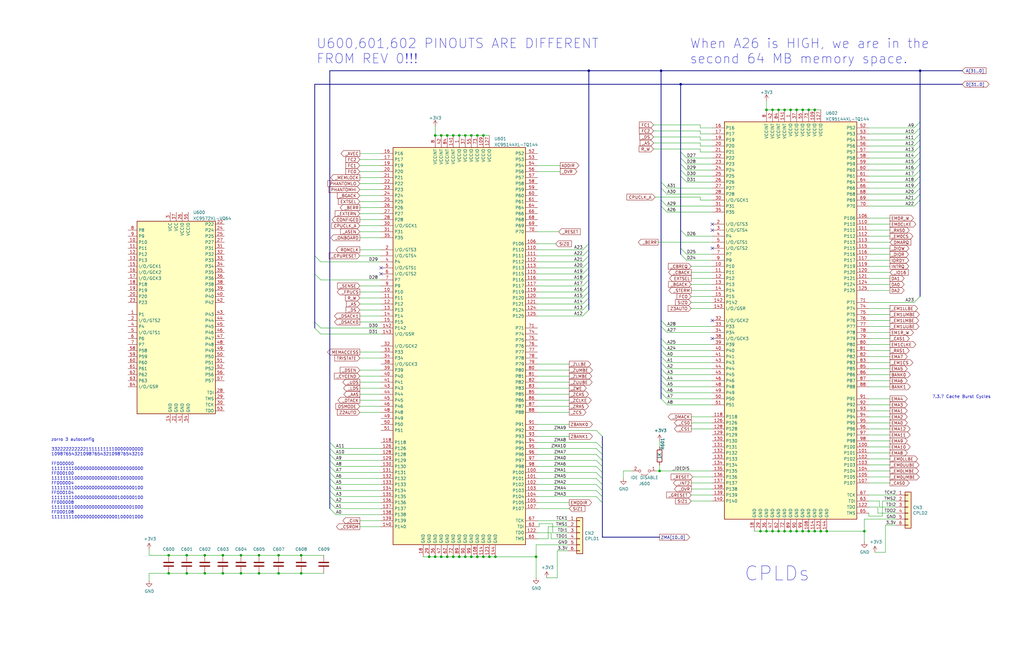
<source format=kicad_sch>
(kicad_sch (version 20211123) (generator eeschema)
  (paper "B")
  (title_block (title "Amiga N2630") (date "2022-03-25") (rev "1.0") (company "Drawn By: Jason Neus"))
  (junction (at 93.98 234.315))
  (junction (at 364.49 224.155))
  (junction (at 335.915 224.155))
  (junction (at 226.06 234.95))
  (junction (at 109.22 234.315))
  (junction (at 71.12 234.315))
  (junction (at 206.375 234.95))
  (junction (at 208.915 234.95))
  (junction (at 203.835 57.15))
  (junction (at 109.22 241.935))
  (junction (at 191.135 57.15))
  (junction (at 193.675 57.15))
  (junction (at 86.36 234.315))
  (junction (at 196.215 57.15))
  (junction (at 278.13 198.755))
  (junction (at 325.755 224.155))
  (junction (at 183.515 57.15))
  (junction (at 191.135 234.95))
  (junction (at 343.535 46.355))
  (junction (at 330.835 224.155))
  (junction (at 387.985 29.845))
  (junction (at 127 234.315))
  (junction (at 188.595 57.15))
  (junction (at 201.295 57.15))
  (junction (at 180.975 234.95))
  (junction (at 340.995 46.355))
  (junction (at 287.02 35.56))
  (junction (at 78.74 234.315))
  (junction (at 78.74 241.935))
  (junction (at 278.765 29.845))
  (junction (at 333.375 224.155))
  (junction (at 101.6 234.315))
  (junction (at 340.995 224.155))
  (junction (at 323.215 46.355))
  (junction (at 325.755 46.355))
  (junction (at 338.455 46.355))
  (junction (at 346.075 224.155))
  (junction (at 186.055 234.95))
  (junction (at 117.475 241.935))
  (junction (at 198.755 57.15))
  (junction (at 196.215 234.95))
  (junction (at 186.055 57.15))
  (junction (at 93.98 241.935))
  (junction (at 117.475 234.315))
  (junction (at 328.295 46.355))
  (junction (at 248.285 29.845))
  (junction (at 101.6 241.935))
  (junction (at 323.215 224.155))
  (junction (at 127 241.935))
  (junction (at 328.295 224.155))
  (junction (at 343.535 224.155))
  (junction (at 330.835 46.355))
  (junction (at 335.915 46.355))
  (junction (at 320.675 224.155))
  (junction (at 338.455 224.155))
  (junction (at 183.515 234.95))
  (junction (at 71.12 241.935))
  (junction (at 86.36 241.935))
  (junction (at 333.375 46.355))
  (junction (at 193.675 234.95))
  (junction (at 203.835 234.95))
  (junction (at 188.595 234.95))
  (junction (at 201.295 234.95))
  (junction (at 348.615 224.155))
  (junction (at 198.755 234.95))
  (no_connect (at 300.355 142.875))
  (no_connect (at 300.355 135.255))
  (no_connect (at 300.355 104.775))
  (no_connect (at -34.925 144.78))
  (no_connect (at -34.925 116.84))
  (no_connect (at 160.655 113.03))
  (no_connect (at 160.655 115.57))
  (no_connect (at 300.355 94.615))
  (no_connect (at 300.355 97.155))
  (bus_entry (at 281.305 137.795) (size -2.54 -2.54))
  (bus_entry (at 385.445 74.295) (size 2.54 -2.54))
  (bus_entry (at 385.445 61.595) (size 2.54 -2.54))
  (bus_entry (at 385.445 53.975) (size 2.54 -2.54))
  (bus_entry (at 281.305 89.535) (size -2.54 -2.54))
  (bus_entry (at 281.305 79.375) (size -2.54 -2.54))
  (bus_entry (at 385.445 127.635) (size 2.54 -2.54))
  (bus_entry (at 385.445 79.375) (size 2.54 -2.54))
  (bus_entry (at 289.56 71.755) (size -2.54 -2.54))
  (bus_entry (at 281.305 165.735) (size -2.54 -2.54))
  (bus_entry (at 281.305 163.195) (size -2.54 -2.54))
  (bus_entry (at 281.305 150.495) (size -2.54 -2.54))
  (bus_entry (at 281.305 145.415) (size -2.54 -2.54))
  (bus_entry (at 141.605 212.09) (size -2.54 -2.54))
  (bus_entry (at 141.605 204.47) (size -2.54 -2.54))
  (bus_entry (at 141.605 207.01) (size -2.54 -2.54))
  (bus_entry (at 141.605 209.55) (size -2.54 -2.54))
  (bus_entry (at 141.605 217.17) (size -2.54 -2.54))
  (bus_entry (at 141.605 214.63) (size -2.54 -2.54))
  (bus_entry (at 141.605 196.85) (size -2.54 -2.54))
  (bus_entry (at 141.605 194.31) (size -2.54 -2.54))
  (bus_entry (at 141.605 199.39) (size -2.54 -2.54))
  (bus_entry (at 141.605 201.93) (size -2.54 -2.54))
  (bus_entry (at 141.605 189.23) (size -2.54 -2.54))
  (bus_entry (at 141.605 191.77) (size -2.54 -2.54))
  (bus_entry (at 245.745 120.65) (size 2.54 -2.54))
  (bus_entry (at 245.745 130.81) (size 2.54 -2.54))
  (bus_entry (at 245.745 123.19) (size 2.54 -2.54))
  (bus_entry (at 245.745 125.73) (size 2.54 -2.54))
  (bus_entry (at 245.745 128.27) (size 2.54 -2.54))
  (bus_entry (at 245.745 133.35) (size 2.54 -2.54))
  (bus_entry (at 245.745 105.41) (size 2.54 -2.54))
  (bus_entry (at 245.745 113.03) (size 2.54 -2.54))
  (bus_entry (at 245.745 110.49) (size 2.54 -2.54))
  (bus_entry (at 245.745 118.11) (size 2.54 -2.54))
  (bus_entry (at 245.745 115.57) (size 2.54 -2.54))
  (bus_entry (at 245.745 107.95) (size 2.54 -2.54))
  (bus_entry (at 385.445 84.455) (size 2.54 -2.54))
  (bus_entry (at 289.56 109.855) (size -2.54 -2.54))
  (bus_entry (at 385.445 69.215) (size 2.54 -2.54))
  (bus_entry (at 385.445 81.915) (size 2.54 -2.54))
  (bus_entry (at 385.445 59.055) (size 2.54 -2.54))
  (bus_entry (at 281.305 170.815) (size -2.54 -2.54))
  (bus_entry (at 289.56 107.315) (size -2.54 -2.54))
  (bus_entry (at 385.445 56.515) (size 2.54 -2.54))
  (bus_entry (at 281.305 155.575) (size -2.54 -2.54))
  (bus_entry (at 289.56 74.295) (size -2.54 -2.54))
  (bus_entry (at 281.305 168.275) (size -2.54 -2.54))
  (bus_entry (at 281.305 160.655) (size -2.54 -2.54))
  (bus_entry (at 289.56 99.695) (size -2.54 -2.54))
  (bus_entry (at 385.445 71.755) (size 2.54 -2.54))
  (bus_entry (at 281.305 158.115) (size -2.54 -2.54))
  (bus_entry (at 289.56 66.675) (size -2.54 -2.54))
  (bus_entry (at 281.305 147.955) (size -2.54 -2.54))
  (bus_entry (at 385.445 64.135) (size 2.54 -2.54))
  (bus_entry (at 281.305 140.335) (size -2.54 -2.54))
  (bus_entry (at 385.445 86.995) (size 2.54 -2.54))
  (bus_entry (at 289.56 76.835) (size -2.54 -2.54))
  (bus_entry (at 385.445 66.675) (size 2.54 -2.54))
  (bus_entry (at 385.445 76.835) (size 2.54 -2.54))
  (bus_entry (at 281.305 153.035) (size -2.54 -2.54))
  (bus_entry (at 289.56 69.215) (size -2.54 -2.54))
  (bus_entry (at 251.46 186.69) (size 2.54 2.54))
  (bus_entry (at 251.46 181.61) (size 2.54 2.54))
  (bus_entry (at 251.46 191.77) (size 2.54 2.54))
  (bus_entry (at 251.46 189.23) (size 2.54 2.54))
  (bus_entry (at 251.46 204.47) (size 2.54 2.54))
  (bus_entry (at 251.46 207.01) (size 2.54 2.54))
  (bus_entry (at 251.46 209.55) (size 2.54 2.54))
  (bus_entry (at 251.46 196.85) (size 2.54 2.54))
  (bus_entry (at 251.46 201.93) (size 2.54 2.54))
  (bus_entry (at 251.46 194.31) (size 2.54 2.54))
  (bus_entry (at 251.46 199.39) (size 2.54 2.54))
  (bus_entry (at -19.05 199.39) (size 2.54 -2.54))
  (bus_entry (at 281.305 86.995) (size -2.54 -2.54))
  (bus_entry (at 281.305 81.915) (size -2.54 -2.54))
  (bus_entry (at 135.255 110.49) (size -2.54 -2.54))
  (bus_entry (at 135.255 118.11) (size -2.54 -2.54))
  (bus_entry (at 135.255 140.97) (size -2.54 -2.54))
  (bus_entry (at 135.255 138.43) (size -2.54 -2.54))
  (bus (pts (xy 278.765 79.375) (xy 278.765 84.455)))
  (wire (pts (xy 160.655 166.37) (xy 151.765 166.37)))
  (wire (pts (xy 366.395 180.975) (xy 375.285 180.975)))
  (wire (pts (xy 276.225 83.185) (xy 295.275 83.185)))
  (wire (pts (xy 183.515 234.95) (xy 186.055 234.95)))
  (wire (pts (xy 226.06 243.84) (xy 226.06 234.95)))
  (wire (pts (xy 300.355 125.095) (xy 291.465 125.095)))
  (wire (pts (xy 226.06 234.95) (xy 226.06 229.87)))
  (bus (pts (xy 132.715 107.95) (xy 132.715 35.56)))
  (wire (pts (xy -33.02 201.93) (xy -41.91 201.93)))
  (wire (pts (xy 203.835 234.95) (xy 206.375 234.95)))
  (wire (pts (xy 366.395 109.855) (xy 375.285 109.855)))
  (wire (pts (xy 291.465 208.915) (xy 300.355 208.915)))
  (bus (pts (xy 248.285 118.11) (xy 248.285 120.65)))
  (wire (pts (xy -26.035 177.8) (xy -34.925 177.8)))
  (wire (pts (xy 180.975 234.95) (xy 183.515 234.95)))
  (wire (pts (xy 101.6 241.935) (xy 93.98 241.935)))
  (wire (pts (xy 276.86 198.755) (xy 278.13 198.755)))
  (wire (pts (xy 239.395 222.25) (xy 231.14 222.25)))
  (bus (pts (xy 248.285 128.27) (xy 248.285 130.81)))
  (wire (pts (xy 300.355 165.735) (xy 281.305 165.735)))
  (bus (pts (xy 248.285 123.19) (xy 248.285 125.73)))
  (wire (pts (xy 160.655 156.21) (xy 151.765 156.21)))
  (wire (pts (xy 289.56 107.315) (xy 300.355 107.315)))
  (wire (pts (xy 300.355 160.655) (xy 281.305 160.655)))
  (wire (pts (xy -14.605 21.59) (xy -31.115 21.59)))
  (wire (pts (xy -26.035 175.26) (xy -34.925 175.26)))
  (wire (pts (xy 188.595 234.95) (xy 191.135 234.95)))
  (wire (pts (xy 151.765 222.25) (xy 160.655 222.25)))
  (wire (pts (xy 372.11 217.805) (xy 366.395 217.805)))
  (wire (pts (xy -25.4 240.03) (xy -19.05 240.03)))
  (wire (pts (xy 366.395 120.015) (xy 375.285 120.015)))
  (bus (pts (xy 139.065 201.93) (xy 139.065 204.47)))
  (wire (pts (xy 320.675 224.155) (xy 318.135 224.155)))
  (wire (pts (xy 295.275 52.705) (xy 275.59 52.705)))
  (bus (pts (xy 139.065 194.31) (xy 139.065 196.85)))
  (wire (pts (xy 328.295 46.355) (xy 325.755 46.355)))
  (wire (pts (xy 385.445 71.755) (xy 366.395 71.755)))
  (wire (pts (xy 366.395 155.575) (xy 375.285 155.575)))
  (wire (pts (xy 281.305 150.495) (xy 300.355 150.495)))
  (wire (pts (xy 245.745 113.03) (xy 226.695 113.03)))
  (wire (pts (xy 262.89 198.755) (xy 262.89 201.93)))
  (wire (pts (xy -14.605 54.61) (xy -31.115 54.61)))
  (wire (pts (xy 364.49 224.155) (xy 364.49 219.075)))
  (wire (pts (xy 385.445 84.455) (xy 366.395 84.455)))
  (wire (pts (xy -95.885 165.735) (xy -104.775 165.735)))
  (wire (pts (xy 366.395 163.195) (xy 375.285 163.195)))
  (wire (pts (xy 295.275 60.325) (xy 295.275 61.595)))
  (wire (pts (xy -26.035 121.92) (xy -34.925 121.92)))
  (bus (pts (xy 139.065 204.47) (xy 139.065 207.01)))
  (wire (pts (xy 226.695 201.93) (xy 251.46 201.93)))
  (wire (pts (xy 191.135 57.15) (xy 188.595 57.15)))
  (wire (pts (xy -14.605 36.83) (xy -31.115 36.83)))
  (wire (pts (xy 160.655 217.17) (xy 141.605 217.17)))
  (wire (pts (xy 335.915 46.355) (xy 333.375 46.355)))
  (wire (pts (xy 300.355 127.635) (xy 291.465 127.635)))
  (wire (pts (xy -14.605 39.37) (xy -31.115 39.37)))
  (wire (pts (xy 385.445 127.635) (xy 366.395 127.635)))
  (wire (pts (xy 226.695 219.71) (xy 239.395 219.71)))
  (wire (pts (xy 281.305 147.955) (xy 300.355 147.955)))
  (wire (pts (xy 226.695 97.79) (xy 235.585 97.79)))
  (wire (pts (xy 281.305 89.535) (xy 300.355 89.535)))
  (wire (pts (xy 281.305 81.915) (xy 300.355 81.915)))
  (wire (pts (xy -23.495 74.93) (xy -14.605 74.93)))
  (wire (pts (xy 289.56 99.695) (xy 300.355 99.695)))
  (wire (pts (xy -26.035 139.7) (xy -34.925 139.7)))
  (wire (pts (xy 226.695 207.01) (xy 251.46 207.01)))
  (wire (pts (xy 160.655 74.93) (xy 151.765 74.93)))
  (wire (pts (xy -26.035 142.24) (xy -34.925 142.24)))
  (bus (pts (xy 139.065 207.01) (xy 139.065 209.55)))
  (wire (pts (xy 226.695 204.47) (xy 251.46 204.47)))
  (wire (pts (xy -31.115 87.63) (xy -14.605 87.63)))
  (bus (pts (xy 254 207.01) (xy 254 209.55)))
  (wire (pts (xy -34.925 129.54) (xy -26.035 129.54)))
  (wire (pts (xy 300.355 112.395) (xy 291.465 112.395)))
  (wire (pts (xy 289.56 74.295) (xy 300.355 74.295)))
  (wire (pts (xy 206.375 234.95) (xy 208.915 234.95)))
  (wire (pts (xy 366.395 145.415) (xy 375.285 145.415)))
  (wire (pts (xy 278.13 188.595) (xy 278.13 186.055)))
  (wire (pts (xy 196.215 234.95) (xy 198.755 234.95)))
  (wire (pts (xy 160.655 64.77) (xy 151.765 64.77)))
  (bus (pts (xy 387.985 64.135) (xy 387.985 66.675)))
  (wire (pts (xy 160.655 77.47) (xy 151.765 77.47)))
  (wire (pts (xy 300.355 170.815) (xy 281.305 170.815)))
  (wire (pts (xy 278.13 196.215) (xy 278.13 198.755)))
  (wire (pts (xy 141.605 196.85) (xy 160.655 196.85)))
  (wire (pts (xy 289.56 76.835) (xy 300.355 76.835)))
  (wire (pts (xy 385.445 53.975) (xy 366.395 53.975)))
  (wire (pts (xy 160.655 173.99) (xy 151.765 173.99)))
  (wire (pts (xy 325.755 46.355) (xy 323.215 46.355)))
  (wire (pts (xy 196.215 57.15) (xy 193.675 57.15)))
  (wire (pts (xy -26.035 134.62) (xy -34.925 134.62)))
  (bus (pts (xy 387.985 61.595) (xy 387.985 64.135)))
  (wire (pts (xy 93.98 241.935) (xy 86.36 241.935)))
  (wire (pts (xy -26.035 180.34) (xy -34.925 180.34)))
  (wire (pts (xy -14.605 13.97) (xy -23.495 13.97)))
  (wire (pts (xy 226.695 212.09) (xy 240.03 212.09)))
  (wire (pts (xy 127 241.935) (xy 136.525 241.935)))
  (wire (pts (xy 340.995 224.155) (xy 338.455 224.155)))
  (wire (pts (xy -31.115 62.23) (xy -14.605 62.23)))
  (wire (pts (xy -31.115 72.39) (xy -14.605 72.39)))
  (wire (pts (xy 151.765 123.19) (xy 160.655 123.19)))
  (wire (pts (xy 151.765 90.17) (xy 160.655 90.17)))
  (wire (pts (xy -14.605 67.31) (xy -31.115 67.31)))
  (bus (pts (xy 254 194.31) (xy 254 196.85)))
  (wire (pts (xy -26.035 147.32) (xy -34.925 147.32)))
  (wire (pts (xy 300.355 163.195) (xy 281.305 163.195)))
  (wire (pts (xy 291.465 175.895) (xy 300.355 175.895)))
  (wire (pts (xy 281.305 86.995) (xy 300.355 86.995)))
  (wire (pts (xy -31.115 92.71) (xy -14.605 92.71)))
  (bus (pts (xy 248.285 29.845) (xy 248.285 102.87)))
  (wire (pts (xy 366.395 173.355) (xy 375.285 173.355)))
  (wire (pts (xy 208.915 234.95) (xy 226.06 234.95)))
  (bus (pts (xy 278.765 158.115) (xy 278.765 160.655)))
  (wire (pts (xy 191.135 234.95) (xy 193.675 234.95)))
  (wire (pts (xy 366.395 183.515) (xy 375.285 183.515)))
  (bus (pts (xy 278.765 153.035) (xy 278.765 155.575)))
  (wire (pts (xy 385.445 69.215) (xy 366.395 69.215)))
  (wire (pts (xy 366.395 130.175) (xy 375.285 130.175)))
  (wire (pts (xy -34.925 124.46) (xy -26.035 124.46)))
  (bus (pts (xy 287.02 35.56) (xy 287.02 64.135)))
  (wire (pts (xy 160.655 163.83) (xy 151.765 163.83)))
  (wire (pts (xy 375.285 122.555) (xy 366.395 122.555)))
  (bus (pts (xy 278.765 160.655) (xy 278.765 163.195)))
  (wire (pts (xy 151.765 125.73) (xy 160.655 125.73)))
  (wire (pts (xy 234.95 243.84) (xy 230.505 243.84)))
  (wire (pts (xy -33.02 194.31) (xy -41.91 194.31)))
  (wire (pts (xy 109.22 241.935) (xy 101.6 241.935)))
  (wire (pts (xy 141.605 191.77) (xy 160.655 191.77)))
  (wire (pts (xy 366.395 137.795) (xy 375.285 137.795)))
  (wire (pts (xy 193.675 234.95) (xy 196.215 234.95)))
  (wire (pts (xy 372.11 211.455) (xy 372.11 217.805)))
  (wire (pts (xy 160.655 92.71) (xy 151.765 92.71)))
  (bus (pts (xy 254 201.93) (xy 254 204.47)))
  (bus (pts (xy 387.985 66.675) (xy 387.985 69.215)))
  (wire (pts (xy -26.035 172.72) (xy -34.925 172.72)))
  (wire (pts (xy 300.355 117.475) (xy 291.465 117.475)))
  (bus (pts (xy 139.065 29.845) (xy 248.285 29.845)))
  (wire (pts (xy 266.7 198.755) (xy 262.89 198.755)))
  (wire (pts (xy 226.695 72.39) (xy 236.22 72.39)))
  (wire (pts (xy -31.115 95.25) (xy -14.605 95.25)))
  (bus (pts (xy 278.765 145.415) (xy 278.765 147.955)))
  (bus (pts (xy 287.02 74.295) (xy 287.02 97.155)))
  (bus (pts (xy 278.765 29.845) (xy 387.985 29.845)))
  (bus (pts (xy 278.765 165.735) (xy 278.765 168.275)))
  (wire (pts (xy 135.255 138.43) (xy 160.655 138.43)))
  (wire (pts (xy 109.22 234.315) (xy 117.475 234.315)))
  (wire (pts (xy 151.765 120.65) (xy 160.655 120.65)))
  (wire (pts (xy 160.655 107.95) (xy 151.765 107.95)))
  (bus (pts (xy 287.02 64.135) (xy 287.02 66.675)))
  (wire (pts (xy 366.395 186.055) (xy 375.285 186.055)))
  (wire (pts (xy 141.605 189.23) (xy 160.655 189.23)))
  (wire (pts (xy 333.375 46.355) (xy 330.835 46.355)))
  (wire (pts (xy 226.695 158.75) (xy 240.03 158.75)))
  (wire (pts (xy 300.355 114.935) (xy 291.465 114.935)))
  (wire (pts (xy 160.655 95.25) (xy 151.765 95.25)))
  (wire (pts (xy 231.14 222.25) (xy 231.14 227.33)))
  (wire (pts (xy 233.045 220.98) (xy 227.33 220.98)))
  (wire (pts (xy 117.475 241.935) (xy 127 241.935)))
  (wire (pts (xy 135.255 110.49) (xy 160.655 110.49)))
  (wire (pts (xy -14.605 19.05) (xy -31.115 19.05)))
  (wire (pts (xy 300.355 120.015) (xy 291.465 120.015)))
  (wire (pts (xy 86.36 234.315) (xy 78.74 234.315)))
  (bus (pts (xy 387.985 29.845) (xy 405.765 29.845)))
  (wire (pts (xy -26.035 127) (xy -34.925 127)))
  (wire (pts (xy -32.385 259.08) (xy -32.385 245.11)))
  (wire (pts (xy 151.765 130.81) (xy 160.655 130.81)))
  (wire (pts (xy 232.41 227.33) (xy 239.395 227.33)))
  (wire (pts (xy 275.59 60.325) (xy 295.275 60.325)))
  (wire (pts (xy 338.455 224.155) (xy 335.915 224.155)))
  (wire (pts (xy -27.94 234.95) (xy -27.94 240.03)))
  (wire (pts (xy 370.84 213.995) (xy 377.825 213.995)))
  (wire (pts (xy 366.395 175.895) (xy 375.285 175.895)))
  (wire (pts (xy -31.75 234.95) (xy -31.75 238.76)))
  (wire (pts (xy 300.355 84.455) (xy 295.275 84.455)))
  (wire (pts (xy -31.115 59.69) (xy -14.605 59.69)))
  (wire (pts (xy 198.755 57.15) (xy 196.215 57.15)))
  (bus (pts (xy 287.02 104.775) (xy 287.02 107.315)))
  (wire (pts (xy 226.695 191.77) (xy 251.46 191.77)))
  (wire (pts (xy 201.295 57.15) (xy 198.755 57.15)))
  (wire (pts (xy 109.22 241.935) (xy 117.475 241.935)))
  (wire (pts (xy 348.615 224.155) (xy 364.49 224.155)))
  (wire (pts (xy 71.12 234.315) (xy 62.865 234.315)))
  (bus (pts (xy 248.285 107.95) (xy 248.285 110.49)))
  (bus (pts (xy 139.065 191.77) (xy 139.065 194.31)))
  (wire (pts (xy 160.655 207.01) (xy 141.605 207.01)))
  (wire (pts (xy 385.445 86.995) (xy 366.395 86.995)))
  (wire (pts (xy 198.755 234.95) (xy 201.295 234.95)))
  (bus (pts (xy 387.985 56.515) (xy 387.985 59.055)))
  (bus (pts (xy 139.065 186.69) (xy 139.065 189.23)))
  (wire (pts (xy 160.655 212.09) (xy 141.605 212.09)))
  (bus (pts (xy 248.285 113.03) (xy 248.285 115.57)))
  (wire (pts (xy 226.695 166.37) (xy 240.03 166.37)))
  (wire (pts (xy 127 234.315) (xy 136.525 234.315)))
  (bus (pts (xy 248.285 125.73) (xy 248.285 128.27)))
  (wire (pts (xy 141.605 199.39) (xy 160.655 199.39)))
  (wire (pts (xy 71.12 241.935) (xy 62.865 241.935)))
  (wire (pts (xy 370.205 213.995) (xy 370.205 216.535)))
  (wire (pts (xy 203.835 57.15) (xy 201.295 57.15)))
  (wire (pts (xy -14.605 11.43) (xy -31.115 11.43)))
  (wire (pts (xy -31.115 31.75) (xy -14.605 31.75)))
  (wire (pts (xy 233.045 224.79) (xy 233.045 220.98)))
  (wire (pts (xy 366.395 112.395) (xy 375.285 112.395)))
  (bus (pts (xy 278.765 163.195) (xy 278.765 165.735)))
  (wire (pts (xy 226.695 196.85) (xy 251.46 196.85)))
  (wire (pts (xy 375.285 203.835) (xy 366.395 203.835)))
  (wire (pts (xy 366.395 114.935) (xy 375.285 114.935)))
  (wire (pts (xy 385.445 64.135) (xy 366.395 64.135)))
  (wire (pts (xy 186.055 234.95) (xy 188.595 234.95)))
  (wire (pts (xy 160.655 87.63) (xy 151.765 87.63)))
  (wire (pts (xy 323.215 224.155) (xy 320.675 224.155)))
  (wire (pts (xy 291.465 203.835) (xy 300.355 203.835)))
  (wire (pts (xy 377.825 221.615) (xy 373.38 221.615)))
  (bus (pts (xy 278.765 137.795) (xy 278.765 142.875)))
  (wire (pts (xy 366.395 140.335) (xy 375.285 140.335)))
  (wire (pts (xy 366.395 142.875) (xy 375.285 142.875)))
  (wire (pts (xy 245.745 133.35) (xy 226.695 133.35)))
  (wire (pts (xy 300.355 211.455) (xy 291.465 211.455)))
  (wire (pts (xy 385.445 56.515) (xy 366.395 56.515)))
  (wire (pts (xy 323.215 42.545) (xy 323.215 46.355)))
  (wire (pts (xy -26.035 167.64) (xy -34.925 167.64)))
  (wire (pts (xy -19.05 199.39) (xy -41.91 199.39)))
  (wire (pts (xy 160.655 161.29) (xy 151.765 161.29)))
  (wire (pts (xy 300.355 56.515) (xy 295.275 56.515)))
  (wire (pts (xy -31.115 77.47) (xy -14.605 77.47)))
  (bus (pts (xy 132.715 115.57) (xy 132.715 107.95)))
  (wire (pts (xy 226.695 102.87) (xy 234.315 102.87)))
  (bus (pts (xy 248.285 105.41) (xy 248.285 107.95)))
  (wire (pts (xy -14.605 41.91) (xy -31.115 41.91)))
  (bus (pts (xy 387.985 81.915) (xy 387.985 84.455)))
  (wire (pts (xy 292.1 201.295) (xy 300.355 201.295)))
  (wire (pts (xy 295.275 55.245) (xy 275.59 55.245)))
  (wire (pts (xy 226.695 184.15) (xy 240.03 184.15)))
  (wire (pts (xy -31.75 238.76) (xy -25.4 238.76)))
  (wire (pts (xy -23.495 57.15) (xy -14.605 57.15)))
  (wire (pts (xy 295.275 64.135) (xy 295.275 62.865)))
  (wire (pts (xy 366.395 117.475) (xy 375.285 117.475)))
  (wire (pts (xy 291.465 180.975) (xy 300.355 180.975)))
  (wire (pts (xy 366.395 211.455) (xy 370.84 211.455)))
  (wire (pts (xy 226.695 156.21) (xy 240.03 156.21)))
  (wire (pts (xy 370.205 216.535) (xy 377.825 216.535)))
  (wire (pts (xy 160.655 151.13) (xy 151.765 151.13)))
  (wire (pts (xy 226.695 161.29) (xy 240.03 161.29)))
  (wire (pts (xy 364.49 219.075) (xy 377.825 219.075)))
  (wire (pts (xy 295.275 56.515) (xy 295.275 55.245)))
  (wire (pts (xy 93.98 234.315) (xy 86.36 234.315)))
  (wire (pts (xy 281.305 153.035) (xy 300.355 153.035)))
  (wire (pts (xy 373.38 233.045) (xy 368.935 233.045)))
  (bus (pts (xy 132.715 135.89) (xy 132.715 115.57)))
  (wire (pts (xy 277.495 102.235) (xy 300.355 102.235)))
  (wire (pts (xy 227.33 222.25) (xy 226.695 222.25)))
  (wire (pts (xy 275.59 62.865) (xy 295.275 62.865)))
  (wire (pts (xy 151.765 67.31) (xy 160.655 67.31)))
  (bus (pts (xy 254 184.15) (xy 254 189.23)))
  (wire (pts (xy 366.395 158.115) (xy 375.285 158.115)))
  (wire (pts (xy 366.395 104.775) (xy 375.285 104.775)))
  (wire (pts (xy 151.765 97.79) (xy 160.655 97.79)))
  (wire (pts (xy 160.655 80.01) (xy 151.765 80.01)))
  (wire (pts (xy 245.745 115.57) (xy 226.695 115.57)))
  (bus (pts (xy 287.02 35.56) (xy 405.765 35.56)))
  (wire (pts (xy 366.395 147.955) (xy 375.285 147.955)))
  (wire (pts (xy 160.655 171.45) (xy 151.765 171.45)))
  (wire (pts (xy 151.765 128.27) (xy 160.655 128.27)))
  (wire (pts (xy 206.375 57.15) (xy 203.835 57.15)))
  (wire (pts (xy 160.655 85.09) (xy 151.765 85.09)))
  (bus (pts (xy 248.285 102.87) (xy 248.285 105.41)))
  (bus (pts (xy 287.02 71.755) (xy 287.02 74.295)))
  (wire (pts (xy 245.745 118.11) (xy 226.695 118.11)))
  (wire (pts (xy 160.655 168.91) (xy 151.765 168.91)))
  (wire (pts (xy 385.445 79.375) (xy 366.395 79.375)))
  (wire (pts (xy -26.035 137.16) (xy -34.925 137.16)))
  (wire (pts (xy 328.295 224.155) (xy 325.755 224.155)))
  (wire (pts (xy 245.745 110.49) (xy 226.695 110.49)))
  (wire (pts (xy -14.605 64.77) (xy -31.115 64.77)))
  (wire (pts (xy 275.59 57.785) (xy 295.275 57.785)))
  (wire (pts (xy 160.655 72.39) (xy 151.765 72.39)))
  (wire (pts (xy -26.035 160.02) (xy -34.925 160.02)))
  (wire (pts (xy 226.695 186.69) (xy 251.46 186.69)))
  (wire (pts (xy -23.495 69.85) (xy -14.605 69.85)))
  (wire (pts (xy -26.035 132.08) (xy -34.925 132.08)))
  (bus (pts (xy 139.065 199.39) (xy 139.065 201.93)))
  (wire (pts (xy 364.49 228.6) (xy 364.49 224.155)))
  (wire (pts (xy -26.035 165.1) (xy -34.925 165.1)))
  (wire (pts (xy -33.02 196.85) (xy -41.91 196.85)))
  (wire (pts (xy 377.825 211.455) (xy 372.11 211.455)))
  (wire (pts (xy 226.695 69.85) (xy 236.22 69.85)))
  (bus (pts (xy 278.765 147.955) (xy 278.765 150.495)))
  (bus (pts (xy 139.065 209.55) (xy 139.065 212.09)))
  (wire (pts (xy -34.925 119.38) (xy -26.035 119.38)))
  (bus (pts (xy 387.985 79.375) (xy 387.985 81.915)))
  (bus (pts (xy 387.985 53.975) (xy 387.985 56.515)))
  (wire (pts (xy 226.695 194.31) (xy 251.46 194.31)))
  (wire (pts (xy -19.05 237.49) (xy -34.925 237.49)))
  (bus (pts (xy 132.715 35.56) (xy 287.02 35.56)))
  (wire (pts (xy 366.395 213.995) (xy 370.205 213.995)))
  (bus (pts (xy 254 226.695) (xy 278.13 226.695)))
  (wire (pts (xy -19.05 242.57) (xy -34.925 242.57)))
  (wire (pts (xy 160.655 204.47) (xy 141.605 204.47)))
  (wire (pts (xy 295.275 53.975) (xy 295.275 52.705)))
  (bus (pts (xy 139.065 196.85) (xy 139.065 199.39)))
  (bus (pts (xy 387.985 74.295) (xy 387.985 76.835)))
  (bus (pts (xy 387.985 69.215) (xy 387.985 71.755)))
  (wire (pts (xy 289.56 71.755) (xy 300.355 71.755)))
  (wire (pts (xy 109.22 234.315) (xy 101.6 234.315)))
  (wire (pts (xy 330.835 224.155) (xy 328.295 224.155)))
  (bus (pts (xy 287.02 97.155) (xy 287.02 104.775)))
  (bus (pts (xy 387.985 51.435) (xy 387.985 53.975)))
  (wire (pts (xy 385.445 76.835) (xy 366.395 76.835)))
  (bus (pts (xy 132.715 138.43) (xy 132.715 135.89)))
  (wire (pts (xy 375.285 196.215) (xy 366.395 196.215)))
  (wire (pts (xy 346.075 46.355) (xy 343.535 46.355)))
  (wire (pts (xy 86.36 241.935) (xy 78.74 241.935)))
  (wire (pts (xy -23.495 259.08) (xy -27.94 259.08)))
  (bus (pts (xy 278.765 84.455) (xy 278.765 86.995)))
  (bus (pts (xy 278.765 155.575) (xy 278.765 158.115)))
  (bus (pts (xy 254 209.55) (xy 254 212.09)))
  (wire (pts (xy 375.285 92.075) (xy 366.395 92.075)))
  (wire (pts (xy 289.56 66.675) (xy 300.355 66.675)))
  (wire (pts (xy 385.445 74.295) (xy 366.395 74.295)))
  (wire (pts (xy -23.495 247.65) (xy -23.495 259.08)))
  (bus (pts (xy 248.285 120.65) (xy 248.285 123.19)))
  (bus (pts (xy 278.765 135.255) (xy 278.765 137.795)))
  (wire (pts (xy -27.94 240.03) (xy -34.925 240.03)))
  (wire (pts (xy 239.395 224.79) (xy 233.045 224.79)))
  (wire (pts (xy 300.355 158.115) (xy 281.305 158.115)))
  (wire (pts (xy 141.605 194.31) (xy 160.655 194.31)))
  (wire (pts (xy 78.74 234.315) (xy 71.12 234.315)))
  (wire (pts (xy 289.56 69.215) (xy 300.355 69.215)))
  (wire (pts (xy 183.515 53.34) (xy 183.515 57.15)))
  (wire (pts (xy 375.285 99.695) (xy 366.395 99.695)))
  (bus (pts (xy 278.765 76.835) (xy 278.765 79.375)))
  (bus (pts (xy 387.985 71.755) (xy 387.985 74.295)))
  (wire (pts (xy 232.41 224.79) (xy 232.41 227.33)))
  (wire (pts (xy 366.395 208.915) (xy 377.825 208.915)))
  (wire (pts (xy 366.395 178.435) (xy 375.285 178.435)))
  (wire (pts (xy 135.255 140.97) (xy 160.655 140.97)))
  (bus (pts (xy 248.285 115.57) (xy 248.285 118.11)))
  (bus (pts (xy 254 199.39) (xy 254 201.93)))
  (wire (pts (xy -14.605 49.53) (xy -31.115 49.53)))
  (wire (pts (xy 291.465 206.375) (xy 300.355 206.375)))
  (wire (pts (xy 366.395 107.315) (xy 375.285 107.315)))
  (wire (pts (xy 141.605 201.93) (xy 160.655 201.93)))
  (wire (pts (xy 151.765 158.75) (xy 160.655 158.75)))
  (wire (pts (xy 78.74 241.935) (xy 71.12 241.935)))
  (wire (pts (xy 366.395 170.815) (xy 375.285 170.815)))
  (wire (pts (xy 193.675 57.15) (xy 191.135 57.15)))
  (bus (pts (xy 387.985 76.835) (xy 387.985 79.375)))
  (wire (pts (xy 226.695 171.45) (xy 240.03 171.45)))
  (wire (pts (xy 300.355 64.135) (xy 295.275 64.135)))
  (wire (pts (xy 300.355 53.975) (xy 295.275 53.975)))
  (wire (pts (xy 295.275 57.785) (xy 295.275 59.055)))
  (wire (pts (xy 226.695 173.99) (xy 240.03 173.99)))
  (wire (pts (xy 227.33 220.98) (xy 227.33 222.25)))
  (wire (pts (xy 151.765 69.85) (xy 160.655 69.85)))
  (wire (pts (xy 151.765 133.35) (xy 160.655 133.35)))
  (wire (pts (xy 370.84 211.455) (xy 370.84 213.995)))
  (wire (pts (xy 281.305 137.795) (xy 300.355 137.795)))
  (wire (pts (xy 325.755 224.155) (xy 323.215 224.155)))
  (wire (pts (xy 226.695 179.07) (xy 240.03 179.07)))
  (bus (pts (xy 278.765 29.845) (xy 278.765 76.835)))
  (wire (pts (xy 343.535 46.355) (xy 340.995 46.355)))
  (wire (pts (xy 385.445 61.595) (xy 366.395 61.595)))
  (wire (pts (xy 366.395 150.495) (xy 375.285 150.495)))
  (wire (pts (xy 330.835 46.355) (xy 328.295 46.355)))
  (bus (pts (xy 387.985 59.055) (xy 387.985 61.595)))
  (wire (pts (xy 338.455 46.355) (xy 335.915 46.355)))
  (wire (pts (xy 226.06 229.87) (xy 239.395 229.87)))
  (wire (pts (xy 291.465 178.435) (xy 300.355 178.435)))
  (wire (pts (xy -31.115 90.17) (xy -14.605 90.17)))
  (wire (pts (xy 62.865 234.315) (xy 62.865 231.775)))
  (wire (pts (xy -32.385 245.11) (xy -19.05 245.11)))
  (wire (pts (xy 160.655 209.55) (xy 141.605 209.55)))
  (wire (pts (xy 186.055 57.15) (xy 183.515 57.15)))
  (wire (pts (xy 245.745 105.41) (xy 226.695 105.41)))
  (wire (pts (xy -14.605 16.51) (xy -31.115 16.51)))
  (wire (pts (xy 226.695 224.79) (xy 232.41 224.79)))
  (bus (pts (xy 254 189.23) (xy 254 191.77)))
  (wire (pts (xy 239.395 232.41) (xy 234.95 232.41)))
  (wire (pts (xy -26.035 182.88) (xy -34.925 182.88)))
  (wire (pts (xy 375.285 198.755) (xy 366.395 198.755)))
  (wire (pts (xy 348.615 224.155) (xy 346.075 224.155)))
  (wire (pts (xy 226.695 199.39) (xy 251.46 199.39)))
  (wire (pts (xy 226.695 209.55) (xy 251.46 209.55)))
  (bus (pts (xy 278.765 150.495) (xy 278.765 153.035)))
  (wire (pts (xy 291.465 130.175) (xy 300.355 130.175)))
  (wire (pts (xy 234.95 232.41) (xy 234.95 243.84)))
  (wire (pts (xy 366.395 217.805) (xy 366.395 216.535)))
  (wire (pts (xy 333.375 224.155) (xy 330.835 224.155)))
  (wire (pts (xy 101.6 234.315) (xy 93.98 234.315)))
  (wire (pts (xy -26.035 154.94) (xy -34.925 154.94)))
  (bus (pts (xy 139.065 189.23) (xy 139.065 191.77)))
  (wire (pts (xy 373.38 221.615) (xy 373.38 233.045)))
  (wire (pts (xy -14.605 44.45) (xy -31.115 44.45)))
  (wire (pts (xy 340.995 46.355) (xy 338.455 46.355)))
  (wire (pts (xy 160.655 82.55) (xy 151.765 82.55)))
  (wire (pts (xy 226.695 163.83) (xy 240.03 163.83)))
  (bus (pts (xy 248.285 110.49) (xy 248.285 113.03)))
  (bus (pts (xy 287.02 69.215) (xy 287.02 71.755)))
  (wire (pts (xy -25.4 238.76) (xy -25.4 240.03)))
  (wire (pts (xy 278.13 198.755) (xy 300.355 198.755)))
  (wire (pts (xy 295.275 84.455) (xy 295.275 83.185)))
  (wire (pts (xy 245.745 125.73) (xy 226.695 125.73)))
  (wire (pts (xy 366.395 160.655) (xy 375.285 160.655)))
  (wire (pts (xy 300.355 168.275) (xy 281.305 168.275)))
  (wire (pts (xy 281.305 79.375) (xy 300.355 79.375)))
  (bus (pts (xy 254 204.47) (xy 254 207.01)))
  (wire (pts (xy -14.605 8.89) (xy -31.115 8.89)))
  (bus (pts (xy 278.765 142.875) (xy 278.765 145.415)))
  (wire (pts (xy 160.655 105.41) (xy 151.765 105.41)))
  (wire (pts (xy 343.535 224.155) (xy 340.995 224.155)))
  (bus (pts (xy 254 212.09) (xy 254 226.695)))
  (bus (pts (xy 248.285 29.845) (xy 278.765 29.845)))
  (wire (pts (xy 160.655 214.63) (xy 141.605 214.63)))
  (wire (pts (xy 366.395 102.235) (xy 375.285 102.235)))
  (wire (pts (xy 245.745 107.95) (xy 226.695 107.95)))
  (bus (pts (xy 387.985 84.455) (xy 387.985 125.095)))
  (wire (pts (xy 226.695 214.63) (xy 240.03 214.63)))
  (wire (pts (xy 281.305 155.575) (xy 300.355 155.575)))
  (bus (pts (xy 139.065 29.845) (xy 139.065 186.69)))
  (wire (pts (xy 385.445 81.915) (xy 366.395 81.915)))
  (wire (pts (xy 231.14 227.33) (xy 226.695 227.33)))
  (bus (pts (xy 254 191.77) (xy 254 194.31)))
  (wire (pts (xy -26.035 157.48) (xy -34.925 157.48)))
  (wire (pts (xy 226.695 189.23) (xy 251.46 189.23)))
  (wire (pts (xy 117.475 234.315) (xy 127 234.315)))
  (wire (pts (xy 291.465 122.555) (xy 300.355 122.555)))
  (wire (pts (xy 245.745 120.65) (xy 226.695 120.65)))
  (wire (pts (xy -19.05 234.95) (xy -27.94 234.95)))
  (wire (pts (xy 245.745 123.19) (xy 226.695 123.19)))
  (wire (pts (xy 375.285 201.295) (xy 366.395 201.295)))
  (bus (pts (xy 387.985 29.845) (xy 387.985 51.435)))
  (wire (pts (xy 335.915 224.155) (xy 333.375 224.155)))
  (wire (pts (xy 295.275 61.595) (xy 300.355 61.595)))
  (wire (pts (xy 160.655 148.59) (xy 151.765 148.59)))
  (wire (pts (xy 366.395 135.255) (xy 375.285 135.255)))
  (wire (pts (xy -34.925 234.95) (xy -31.75 234.95)))
  (wire (pts (xy 295.275 59.055) (xy 300.355 59.055)))
  (wire (pts (xy 385.445 66.675) (xy 366.395 66.675)))
  (wire (pts (xy 375.285 94.615) (xy 366.395 94.615)))
  (wire (pts (xy 226.695 181.61) (xy 251.46 181.61)))
  (wire (pts (xy 160.655 219.71) (xy 151.765 219.71)))
  (wire (pts (xy 366.395 168.275) (xy 375.285 168.275)))
  (wire (pts (xy 188.595 57.15) (xy 186.055 57.15)))
  (wire (pts (xy 366.395 188.595) (xy 375.285 188.595)))
  (bus (pts (xy 254 196.85) (xy 254 199.39)))
  (wire (pts (xy 160.655 135.89) (xy 151.765 135.89)))
  (wire (pts (xy 160.655 100.33) (xy 151.765 100.33)))
  (wire (pts (xy 281.305 145.415) (xy 300.355 145.415)))
  (wire (pts (xy 240.03 153.67) (xy 226.695 153.67)))
  (wire (pts (xy 201.295 234.95) (xy 203.835 234.95)))
  (wire (pts (xy 178.435 234.95) (xy 180.975 234.95)))
  (wire (pts (xy 245.745 130.81) (xy 226.695 130.81)))
  (wire (pts (xy 226.695 168.91) (xy 240.03 168.91)))
  (wire (pts (xy 245.745 128.27) (xy 226.695 128.27)))
  (bus (pts (xy 278.765 86.995) (xy 278.765 135.255)))
  (wire (pts (xy 366.395 132.715) (xy 375.285 132.715)))
  (wire (pts (xy 62.865 241.935) (xy 62.865 245.11)))
  (wire (pts (xy 366.395 191.135) (xy 375.285 191.135)))
  (wire (pts (xy 385.445 59.055) (xy 366.395 59.055)))
  (bus (pts (xy 139.065 212.09) (xy 139.065 214.63)))
  (bus (pts (xy 287.02 66.675) (xy 287.02 69.215)))
  (wire (pts (xy 281.305 140.335) (xy 300.355 140.335)))
  (wire (pts (xy 135.255 118.11) (xy 160.655 118.11)))
  (wire (pts (xy -26.035 152.4) (xy -34.925 152.4)))
  (wire (pts (xy -19.05 247.65) (xy -23.495 247.65)))
  (wire (pts (xy 375.285 97.155) (xy 366.395 97.155)))
  (wire (pts (xy 346.075 224.155) (xy 343.535 224.155)))
  (wire (pts (xy 289.56 109.855) (xy 300.355 109.855)))
  (wire (pts (xy 375.285 193.675) (xy 366.395 193.675)))
  (wire (pts (xy 366.395 153.035) (xy 375.285 153.035)))
  (text "When A26 is HIGH, we are in the \nsecond 64 MB memory space." (at 290.83 27.305 0) (effects (font (size 4 4)) (justify left bottom)))
  (text "CPLDs" (at 341.63 245.745 180) (effects (font (size 5.9944 5.9944)) (justify right bottom)))
  (text "7.3.7 Cache Burst Cycles" (at 393.065 168.275 0) (effects (font (size 1.27 1.27)) (justify left bottom)))
  (text "U600,601,602 PINOUTS ARE DIFFERENT\nFROM REV 0!!!" (at 133.35 27.305 0) (effects (font (size 4 4)) (justify left bottom)))
  (text "zorro 3 autoconfig\n\n33222222222211111111110000000000\n10987654321098765432109876543210\n\nFF000000\n11111111000000000000000000000000\nFF000100\n11111111000000000000000100000000\nFF000004\n11111111000000000000000000000100\nFF000104\n11111111000000000000000100000100\nFF000008\n11111111000000000000000000001000\nFF000108\n11111111000000000000000100001000" (at 21.59 219.075 0) (effects (font (size 1.27 1.27)) (justify left bottom)))
  (label "TDO1" (at 239.395 227.33 180))
  (label "TMS1" (at 239.395 222.25 180))
  (label "A1" (at 281.305 153.035 0))
  (label "ZMA1" (at 238.76 199.39 180))
  (label "A20" (at 385.445 81.915 180))
  (label "A0" (at 141.605 217.17 0))
  (label "A7" (at 141.605 199.39 0))
  (label "ZMA2" (at 238.76 204.47 180))
  (label "ZMA10" (at 238.76 189.23 180))
  (label "A13" (at 245.745 130.81 180))
  (label "A26" (at 281.305 89.535 0))
  (label "3.3V" (at 239.395 232.41 180))
  (label "ZMA8" (at 238.76 186.69 180))
  (label "A12" (at 385.445 61.595 180))
  (label "ZMA6" (at 238.76 196.85 180))
  (label "A5" (at 141.605 204.47 0))
  (label "D30" (at 289.56 74.295 0))
  (label "D28" (at 289.56 69.215 0))
  (label "A2" (at 281.305 155.575 0))
  (label "GND" (at 377.825 219.075 180))
  (label "A23" (at 385.445 127.635 180))
  (label "A12" (at 245.745 133.35 180))
  (label "A2" (at 141.605 212.09 0))
  (label "A14" (at 385.445 66.675 180))
  (label "A18" (at 385.445 76.835 180))
  (label "A30" (at 281.305 81.915 0))
  (label "ZMA7" (at 238.76 191.77 180))
  (label "D30" (at 159.385 138.43 180))
  (label "_IDEDIS" (at 290.83 198.755 180))
  (label "A15" (at 245.745 125.73 180))
  (label "A23" (at 245.745 105.41 180))
  (label "A19" (at 385.445 79.375 180))
  (label "A21" (at 385.445 84.455 180))
  (label "A1" (at -19.05 199.39 180))
  (label "ZMA0" (at 238.76 194.31 180))
  (label "TDI0" (at -19.05 240.03 180))
  (label "TDO0" (at -19.05 242.57 180))
  (label "D27" (at 289.56 66.675 0))
  (label "A10" (at 385.445 56.515 180))
  (label "A11" (at 141.605 189.23 0))
  (label "ZMA9" (at 238.76 181.61 180))
  (label "ZMA3" (at 238.76 209.55 180))
  (label "A9" (at 385.445 53.975 180))
  (label "TMS2" (at 377.825 211.455 180))
  (label "D25" (at 289.56 107.315 0))
  (label "A6" (at 281.305 165.735 0))
  (label "A6" (at 141.605 201.93 0))
  (label "A20" (at 245.745 113.03 180))
  (label "TCK2" (at 377.825 208.915 180))
  (label "A27" (at 281.305 140.335 0))
  (label "TDI2" (at 377.825 213.995 180))
  (label "A8" (at 141.605 196.85 0))
  (label "A25" (at 281.305 145.415 0))
  (label "D28" (at 159.385 118.11 180))
  (label "A19" (at 245.745 115.57 180))
  (label "A16" (at 245.745 123.19 180))
  (label "A18" (at 245.745 118.11 180))
  (label "A17" (at 385.445 74.295 180))
  (label "A24" (at 281.305 147.955 0))
  (label "D24" (at 289.56 109.855 0))
  (label "A4" (at 281.305 160.655 0))
  (label "A0" (at 281.305 150.495 0))
  (label "A7" (at 281.305 168.275 0))
  (label "D29" (at 289.56 71.755 0))
  (label "A15" (at 385.445 69.215 180))
  (label "A9" (at 141.605 194.31 0))
  (label "ZMA4" (at 238.76 207.01 180))
  (label "A3" (at 141.605 209.55 0))
  (label "TCK0" (at -19.05 234.95 180))
  (label "A22" (at 385.445 86.995 180))
  (label "ZMA5" (at 238.76 201.93 180))
  (label "A10" (at 141.605 191.77 0))
  (label "A22" (at 245.745 107.95 180))
  (label "A8" (at 281.305 170.815 0))
  (label "A31" (at 281.305 79.375 0))
  (label "3.3V" (at 377.825 221.615 180))
  (label "D31" (at 159.385 140.97 180))
  (label "A16" (at 385.445 71.755 180))
  (label "A13" (at 385.445 64.135 180))
  (label "A21" (at 245.745 110.49 180))
  (label "A1" (at 141.605 214.63 0))
  (label "A17" (at 245.745 120.65 180))
  (label "TDI1" (at 239.395 224.79 180))
  (label "A29" (at 281.305 86.995 0))
  (label "D26" (at 289.56 99.695 0))
  (label "TMS0" (at -19.05 237.49 180))
  (label "D29" (at 159.385 110.49 180))
  (label "A11" (at 385.445 59.055 180))
  (label "A5" (at 281.305 163.195 0))
  (label "D31" (at 289.56 76.835 0))
  (label "TDO2" (at 377.825 216.535 180))
  (label "TCK1" (at 239.395 219.71 180))
  (label "A28" (at 281.305 137.795 0))
  (label "A4" (at 141.605 207.01 0))
  (label "A3" (at 281.305 158.115 0))
  (label "3.3V" (at -19.05 247.65 180))
  (label "GND" (at 239.395 229.87 180))
  (label "A14" (at 245.745 128.27 180))
  (label "GND" (at -19.05 245.11 180))
  (global_label "_BERR" (shape output) (at 151.765 87.63 180) (property "Intersheet References" "${INTERSHEET_REFS}" (effects hide)))
  (global_label "EMA6" (shape output) (at 375.285 160.655 0) (property "Intersheet References" "${INTERSHEET_REFS}" (effects hide)))
  (global_label "PHANTOMLO" (shape input) (at 151.765 77.47 180) (property "Intersheet References" "${INTERSHEET_REFS}" (effects hide)))
  (global_label "_CS1" (shape output) (at 291.465 180.975 180) (property "Intersheet References" "${INTERSHEET_REFS}" (effects hide)))
  (global_label "OSMODE" (shape input) (at 151.765 171.45 180) (property "Intersheet References" "${INTERSHEET_REFS}" (effects hide)))
  (global_label "EMA3" (shape output) (at 375.285 170.815 0) (property "Intersheet References" "${INTERSHEET_REFS}" (effects hide)))
  (global_label "_ZCAS" (shape output) (at 240.03 166.37 0) (property "Intersheet References" "${INTERSHEET_REFS}" (effects hide)))
  (global_label "Z2AUTO" (shape input) (at 151.765 173.99 180) (property "Intersheet References" "${INTERSHEET_REFS}" (effects hide)))
  (global_label "JMODE" (shape input) (at -31.115 90.17 180) (property "Intersheet References" "${INTERSHEET_REFS}" (effects hide)))
  (global_label "_DSACK1" (shape output) (at 151.765 133.35 180) (property "Intersheet References" "${INTERSHEET_REFS}" (effects hide)))
  (global_label "_OVR" (shape output) (at 291.465 206.375 180) (property "Intersheet References" "${INTERSHEET_REFS}" (effects hide)))
  (global_label "_ASEN" (shape input) (at -26.035 167.64 0) (property "Intersheet References" "${INTERSHEET_REFS}" (effects hide)))
  (global_label "_ADOEL" (shape output) (at -31.115 21.59 180) (property "Intersheet References" "${INTERSHEET_REFS}" (effects hide)))
  (global_label "SCLK" (shape output) (at -31.115 57.15 180) (property "Intersheet References" "${INTERSHEET_REFS}" (effects hide)))
  (global_label "B2000" (shape input) (at -26.035 127 0) (property "Intersheet References" "${INTERSHEET_REFS}" (effects hide)))
  (global_label "E" (shape output) (at -31.115 44.45 180) (property "Intersheet References" "${INTERSHEET_REFS}" (effects hide)))
  (global_label "_EXTERN" (shape input) (at 151.765 90.17 180) (property "Intersheet References" "${INTERSHEET_REFS}" (effects hide)))
  (global_label "BANK0" (shape output) (at 375.285 158.115 0) (property "Intersheet References" "${INTERSHEET_REFS}" (effects hide)))
  (global_label "_ZUMBE" (shape output) (at 240.03 156.21 0) (property "Intersheet References" "${INTERSHEET_REFS}" (effects hide)))
  (global_label "_ADOEH" (shape output) (at -31.115 11.43 180) (property "Intersheet References" "${INTERSHEET_REFS}" (effects hide)))
  (global_label "_BERR" (shape output) (at 277.495 102.235 180) (property "Intersheet References" "${INTERSHEET_REFS}" (effects hide)))
  (global_label "_EM1UUBE" (shape output) (at 375.285 137.795 0) (property "Intersheet References" "${INTERSHEET_REFS}" (effects hide)))
  (global_label "_BGACK" (shape input) (at 151.765 82.55 180) (property "Intersheet References" "${INTERSHEET_REFS}" (effects hide)))
  (global_label "ZMA[10..0]" (shape output) (at 278.13 226.695 0) (property "Intersheet References" "${INTERSHEET_REFS}" (effects hide)))
  (global_label "FC0" (shape input) (at -26.035 182.88 0) (property "Intersheet References" "${INTERSHEET_REFS}" (effects hide)))
  (global_label "ZBANK1" (shape output) (at 240.03 184.15 0) (property "Intersheet References" "${INTERSHEET_REFS}" (effects hide)))
  (global_label "DA1" (shape output) (at 375.285 117.475 0) (property "Intersheet References" "${INTERSHEET_REFS}" (effects hide)))
  (global_label "FC1" (shape input) (at 275.59 52.705 180) (property "Intersheet References" "${INTERSHEET_REFS}" (effects hide)))
  (global_label "SIZ1" (shape input) (at 240.03 214.63 0) (property "Intersheet References" "${INTERSHEET_REFS}" (effects hide)))
  (global_label "IORDY" (shape output) (at 375.285 109.855 0) (property "Intersheet References" "${INTERSHEET_REFS}" (effects hide)))
  (global_label "INTRQ" (shape output) (at 375.285 112.395 0) (property "Intersheet References" "${INTERSHEET_REFS}" (effects hide)))
  (global_label "_ABR" (shape output) (at -31.115 41.91 180) (property "Intersheet References" "${INTERSHEET_REFS}" (effects hide)))
  (global_label "_BGACK" (shape output) (at -31.115 49.53 180) (property "Intersheet References" "${INTERSHEET_REFS}" (effects hide)))
  (global_label "FC2" (shape input) (at 275.59 55.245 180) (property "Intersheet References" "${INTERSHEET_REFS}" (effects hide)))
  (global_label "D[31..0]" (shape bidirectional) (at 405.765 35.56 0) (property "Intersheet References" "${INTERSHEET_REFS}" (effects hide)))
  (global_label "R_W" (shape output) (at -33.02 196.85 0) (property "Intersheet References" "${INTERSHEET_REFS}" (effects hide)))
  (global_label "EXTSEL" (shape output) (at 291.465 117.475 180) (property "Intersheet References" "${INTERSHEET_REFS}" (effects hide)))
  (global_label "_EM1UMBE" (shape output) (at 375.285 132.715 0) (property "Intersheet References" "${INTERSHEET_REFS}" (effects hide)))
  (global_label "TRISTATE" (shape output) (at -26.035 129.54 0) (property "Intersheet References" "${INTERSHEET_REFS}" (effects hide)))
  (global_label "CPUCLK_A" (shape input) (at 276.225 83.185 180) (property "Intersheet References" "${INTERSHEET_REFS}" (effects hide)))
  (global_label "_AS" (shape input) (at 151.765 128.27 180) (property "Intersheet References" "${INTERSHEET_REFS}" (effects hide)))
  (global_label "CONFIGED" (shape input) (at -26.035 132.08 0) (property "Intersheet References" "${INTERSHEET_REFS}" (effects hide)))
  (global_label "EMA10" (shape output) (at 375.285 188.595 0) (property "Intersheet References" "${INTERSHEET_REFS}" (effects hide)))
  (global_label "_ASEN" (shape input) (at 151.765 97.79 180) (property "Intersheet References" "${INTERSHEET_REFS}" (effects hide)))
  (global_label "_C1" (shape input) (at -31.115 16.51 180) (property "Intersheet References" "${INTERSHEET_REFS}" (effects hide)))
  (global_label "_EM1CS" (shape output) (at 375.285 153.035 0) (property "Intersheet References" "${INTERSHEET_REFS}" (effects hide)))
  (global_label "_MEMLOCK" (shape output) (at 151.765 74.93 180) (property "Intersheet References" "${INTERSHEET_REFS}" (effects hide)))
  (global_label "EXTSEL" (shape input) (at -26.035 175.26 0) (property "Intersheet References" "${INTERSHEET_REFS}" (effects hide)))
  (global_label "CDAC" (shape input) (at -26.035 137.16 0) (property "Intersheet References" "${INTERSHEET_REFS}" (effects hide)))
  (global_label "_OVR" (shape output) (at 236.22 72.39 0) (property "Intersheet References" "${INTERSHEET_REFS}" (effects hide)))
  (global_label "_EM0CS" (shape output) (at 375.285 99.695 0) (property "Intersheet References" "${INTERSHEET_REFS}" (effects hide)))
  (global_label "_EM1LMBE" (shape output) (at 375.285 135.255 0) (property "Intersheet References" "${INTERSHEET_REFS}" (effects hide)))
  (global_label "A[31..0]" (shape input) (at 405.765 29.845 0) (property "Intersheet References" "${INTERSHEET_REFS}" (effects hide)))
  (global_label "_ONBOARD" (shape input) (at -26.035 157.48 0) (property "Intersheet References" "${INTERSHEET_REFS}" (effects hide)))
  (global_label "_ZWE" (shape output) (at 240.03 163.83 0) (property "Intersheet References" "${INTERSHEET_REFS}" (effects hide)))
  (global_label "DA2" (shape output) (at 375.285 122.555 0) (property "Intersheet References" "${INTERSHEET_REFS}" (effects hide)))
  (global_label "CPUCLK_A" (shape input) (at 151.765 95.25 180) (property "Intersheet References" "${INTERSHEET_REFS}" (effects hide)))
  (global_label "_DS" (shape input) (at 151.765 130.81 180) (property "Intersheet References" "${INTERSHEET_REFS}" (effects hide)))
  (global_label "_SENSE" (shape input) (at 151.765 120.65 180) (property "Intersheet References" "${INTERSHEET_REFS}" (effects hide)))
  (global_label "EMA9" (shape output) (at 375.285 186.055 0) (property "Intersheet References" "${INTERSHEET_REFS}" (effects hide)))
  (global_label "TRISTATE" (shape input) (at 151.765 151.13 180) (property "Intersheet References" "${INTERSHEET_REFS}" (effects hide)))
  (global_label "_DSACKDIS" (shape output) (at -31.115 67.31 180) (property "Intersheet References" "${INTERSHEET_REFS}" (effects hide)))
  (global_label "ZBANK0" (shape output) (at 240.03 179.07 0) (property "Intersheet References" "${INTERSHEET_REFS}" (effects hide)))
  (global_label "_ONBOARD" (shape output) (at 151.765 100.33 180) (property "Intersheet References" "${INTERSHEET_REFS}" (effects hide)))
  (global_label "EM0R_W" (shape output) (at 375.285 92.075 0) (property "Intersheet References" "${INTERSHEET_REFS}" (effects hide)))
  (global_label "BANK1" (shape output) (at 375.285 163.195 0) (property "Intersheet References" "${INTERSHEET_REFS}" (effects hide)))
  (global_label "_EM0LMBE" (shape output) (at 375.285 198.755 0) (property "Intersheet References" "${INTERSHEET_REFS}" (effects hide)))
  (global_label "_RESET" (shape input) (at 292.1 201.295 180) (property "Intersheet References" "${INTERSHEET_REFS}" (effects hide)))
  (global_label "_RESET" (shape output) (at -26.035 119.38 0) (property "Intersheet References" "${INTERSHEET_REFS}" (effects hide)))
  (global_label "R_W" (shape input) (at 151.765 125.73 180) (property "Intersheet References" "${INTERSHEET_REFS}" (effects hide)))
  (global_label "_CPURESET" (shape input) (at -26.035 172.72 0) (property "Intersheet References" "${INTERSHEET_REFS}" (effects hide)))
  (global_label "_IVMA" (shape output) (at -26.035 124.46 0) (property "Intersheet References" "${INTERSHEET_REFS}" (effects hide)))
  (global_label "MEMACCESS" (shape output) (at 151.765 148.59 180) (property "Intersheet References" "${INTERSHEET_REFS}" (effects hide)))
  (global_label "ROMCLK" (shape output) (at 151.765 105.41 180) (property "Intersheet References" "${INTERSHEET_REFS}" (effects hide)))
  (global_label "R_W" (shape input) (at 275.59 62.865 180) (property "Intersheet References" "${INTERSHEET_REFS}" (effects hide)))
  (global_label "RSTENB" (shape input) (at -31.115 87.63 180) (property "Intersheet References" "${INTERSHEET_REFS}" (effects hide)))
  (global_label "_DS" (shape input) (at 275.59 57.785 180) (property "Intersheet References" "${INTERSHEET_REFS}" (effects hide)))
  (global_label "EMDDIR" (shape output) (at 240.03 212.09 0) (property "Intersheet References" "${INTERSHEET_REFS}" (effects hide)))
  (global_label "_IO16" (shape input) (at 375.285 114.935 0) (property "Intersheet References" "${INTERSHEET_REFS}" (effects hide)))
  (global_label "_CYCEND" (shape output) (at -26.035 152.4 0) (property "Intersheet References" "${INTERSHEET_REFS}" (effects hide)))
  (global_label "_DSEN" (shape input) (at 151.765 156.21 180) (property "Intersheet References" "${INTERSHEET_REFS}" (effects hide)))
  (global_label "_CIIN" (shape output) (at 151.765 219.71 180) (property "Intersheet References" "${INTERSHEET_REFS}" (effects hide)))
  (global_label "_CS0" (shape output) (at 291.465 178.435 180) (property "Intersheet References" "${INTERSHEET_REFS}" (effects hide)))
  (global_label "_CPURESET" (shape input) (at 151.765 107.95 180) (property "Intersheet References" "${INTERSHEET_REFS}" (effects hide)))
  (global_label "EMA2" (shape output) (at 375.285 175.895 0) (property "Intersheet References" "${INTERSHEET_REFS}" (effects hide)))
  (global_label "CONFIGED" (shape output) (at 151.765 92.71 180) (property "Intersheet References" "${INTERSHEET_REFS}" (effects hide)))
  (global_label "MODE68K" (shape input) (at -31.115 92.71 180) (property "Intersheet References" "${INTERSHEET_REFS}" (effects hide)))
  (global_label "EMA5" (shape output) (at 375.285 155.575 0) (property "Intersheet References" "${INTERSHEET_REFS}" (effects hide)))
  (global_label "DSCLK" (shape output) (at -31.115 74.93 180) (property "Intersheet References" "${INTERSHEET_REFS}" (effects hide)))
  (global_label "_CAS0" (shape output) (at 375.285 203.835 0) (property "Intersheet References" "${INTERSHEET_REFS}" (effects hide)))
  (global_label "_DSACKEN" (shape output) (at -31.115 72.39 180) (property "Intersheet References" "${INTERSHEET_REFS}" (effects hide)))
  (global_label "_ZLLBE" (shape output) (at 240.03 153.67 0) (property "Intersheet References" "${INTERSHEET_REFS}" (effects hide)))
  (global_label "EM1R_W" (shape output) (at 375.285 140.335 0) (property "Intersheet References" "${INTERSHEET_REFS}" (effects hide)))
  (global_label "_RESET" (shape input) (at 235.585 97.79 0) (property "Intersheet References" "${INTERSHEET_REFS}" (effects hide)))
  (global_label "_HALT" (shape input) (at -33.02 201.93 0) (property "Intersheet References" "${INTERSHEET_REFS}" (effects hide)))
  (global_label "DRSEL" (shape output) (at -31.115 8.89 180) (property "Intersheet References" "${INTERSHEET_REFS}" (effects hide)))
  (global_label "_FPUCS" (shape output) (at 151.765 123.19 180) (property "Intersheet References" "${INTERSHEET_REFS}" (effects hide)))
  (global_label "Z3AUTO" (shape input) (at 291.465 130.175 180) (effects (font (size 1.2954 1.2954))) (property "Intersheet References" "${INTERSHEET_REFS}" (effects hide)))
  (global_label "_EXTERN" (shape output) (at -26.035 165.1 0) (property "Intersheet References" "${INTERSHEET_REFS}" (effects hide)))
  (global_label "_ZRAS" (shape output) (at 240.03 171.45 0) (property "Intersheet References" "${INTERSHEET_REFS}" (effects hide)))
  (global_label "_DTACK" (shape output) (at 151.765 168.91 180) (property "Intersheet References" "${INTERSHEET_REFS}" (effects hide)))
  (global_label "_GRESET" (shape input) (at 291.465 208.915 180) (property "Intersheet References" "${INTERSHEET_REFS}" (effects hide)))
  (global_label "FC2" (shape input) (at 151.765 67.31 180) (property "Intersheet References" "${INTERSHEET_REFS}" (effects hide)))
  (global_label "FC1" (shape input) (at -26.035 180.34 0) (property "Intersheet References" "${INTERSHEET_REFS}" (effects hide)))
  (global_label "_CBREQ" (shape input) (at 291.465 112.395 180) (property "Intersheet References" "${INTERSHEET_REFS}" (effects hide)))
  (global_label "_AAS" (shape output) (at 151.765 166.37 180) (property "Intersheet References" "${INTERSHEET_REFS}" (effects hide)))
  (global_label "_S7MDISD" (shape output) (at -31.115 54.61 180) (property "Intersheet References" "${INTERSHEET_REFS}" (effects hide)))
  (global_label "_BR" (shape output) (at -31.115 77.47 180) (property "Intersheet References" "${INTERSHEET_REFS}" (effects hide)))
  (global_label "_AVEC" (shape output) (at 151.765 64.77 180) (property "Intersheet References" "${INTERSHEET_REFS}" (effects hide)))
  (global_label "_EM0UUBE" (shape output) (at 375.285 196.215 0) (property "Intersheet References" "${INTERSHEET_REFS}" (effects hide)))
  (global_label "DA0" (shape output) (at 375.285 120.015 0) (property "Intersheet References" "${INTERSHEET_REFS}" (effects hide)))
  (global_label "_ZCLKE" (shape output) (at 240.03 168.91 0) (property "Intersheet References" "${INTERSHEET_REFS}" (effects hide)))
  (global_label "_VPA" (shape input) (at -26.035 121.92 0) (property "Intersheet References" "${INTERSHEET_REFS}" (effects hide)))
  (global_label "SIZ0" (shape input) (at 234.315 102.87 0) (property "Intersheet References" "${INTERSHEET_REFS}" (effects hide)))
  (global_label "_CSROM" (shape output) (at 151.765 222.25 180) (property "Intersheet References" "${INTERSHEET_REFS}" (effects hide)))
  (global_label "_ASDELAY" (shape output) (at -31.115 64.77 180) (property "Intersheet References" "${INTERSHEET_REFS}" (effects hide)))
  (global_label "_MEMSEL" (shape output) (at -26.035 160.02 0) (property "Intersheet References" "${INTERSHEET_REFS}" (effects hide)))
  (global_label "_C3" (shape input) (at -31.115 19.05 180) (property "Intersheet References" "${INTERSHEET_REFS}" (effects hide)))
  (global_label "FC0" (shape input) (at 151.765 72.39 180) (property "Intersheet References" "${INTERSHEET_REFS}" (effects hide)))
  (global_label "FC1" (shape input) (at 151.765 69.85 180) (property "Intersheet References" "${INTERSHEET_REFS}" (effects hide)))
  (global_label "EMA1" (shape output) (at 375.285 173.355 0) (property "Intersheet References" "${INTERSHEET_REFS}" (effects hide)))
  (global_label "_ABG" (shape input) (at -31.115 36.83 180) (property "Intersheet References" "${INTERSHEET_REFS}" (effects hide)))
  (global_label "7M" (shape output) (at -31.115 13.97 180) (property "Intersheet References" "${INTERSHEET_REFS}" (effects hide)))
  (global_label "AR_W" (shape input) (at -26.035 134.62 0) (property "Intersheet References" "${INTERSHEET_REFS}" (effects hide)))
  (global_label "_INT2" (shape output) (at 291.465 203.835 180) (property "Intersheet References" "${INTERSHEET_REFS}" (effects hide)))
  (global_label "_LDS" (shape output) (at 151.765 163.83 180) (property "Intersheet References" "${INTERSHEET_REFS}" (effects hide)))
  (global_label "_CYCEND" (shape input) (at 151.765 158.75 180) (property "Intersheet References" "${INTERSHEET_REFS}" (effects hide)))
  (global_label "EMA12" (shape output) (at 375.285 180.975 0) (property "Intersheet References" "${INTERSHEET_REFS}" (effects hide)))
  (global_label "_ZLMBE" (shape output) (at 240.03 158.75 0) (property "Intersheet References" "${INTERSHEET_REFS}" (effects hide)))
  (global_label "EMA0" (shape output) (at 375.285 178.435 0) (property "Intersheet References" "${INTERSHEET_REFS}" (effects hide)))
  (global_label "_DMACK" (shape output) (at 291.465 175.895 180) (property "Intersheet References" "${INTERSHEET_REFS}" (effects hide)))
  (global_label "_EM0LLBE" (shape output) (at 375.285 193.675 0) (property "Intersheet References" "${INTERSHEET_REFS}" (effects hide)))
  (global_label "EM0CLKE" (shape output) (at 375.285 94.615 0) (property "Intersheet References" "${INTERSHEET_REFS}" (effects hide)))
  (global_label "MEMACCESS" (shape input) (at -26.035 142.24 0) (property "Intersheet References" "${INTERSHEET_REFS}" (effects hide)))
  (global_label "EMA8" (shape output) (at 375.285 191.135 0) (property "Intersheet References" "${INTERSHEET_REFS}" (effects hide)))
  (global_label "_ZCS" (shape output) (at 240.03 173.99 0) (property "Intersheet References" "${INTERSHEET_REFS}" (effects hide)))
  (global_label "_S7MDIS" (shape input) (at -31.115 59.69 180) (property "Intersheet References" "${INTERSHEET_REFS}" (effects hide)))
  (global_label "_ABGACK" (shape input) (at -31.115 39.37 180) (property "Intersheet References" "${INTERSHEET_REFS}" (effects hide)))
  (global_label "_EM1LLBE" (shape output) (at 375.285 130.175 0) (property "Intersheet References" "${INTERSHEET_REFS}" (effects hide)))
  (global_label "FC2" (shape input) (at -26.035 177.8 0) (property "Intersheet References" "${INTERSHEET_REFS}" (effects hide)))
  (global_label "EXTSEL" (shape input) (at 151.765 85.09 180) (property "Intersheet References" "${INTERSHEET_REFS}" (effects hide)))
  (global_label "FC0" (shape input) (at 291.465 125.095 180) (property "Intersheet References" "${INTERSHEET_REFS}" (effects hide)))
  (global_label "_DSACK0" (shape output) (at 151.765 135.89 180) (property "Intersheet References" "${INTERSHEET_REFS}" (effects hide)))
  (global_label "_BGACK" (shape input) (at 291.465 120.015 180) (property "Intersheet References" "${INTERSHEET_REFS}" (effects hide)))
  (global_label "_DIOW" (shape output) (at 375.285 104.775 0) (property "Intersheet References" "${INTERSHEET_REFS}" (effects hide)))
  (global_label "_DSEN" (shape output) (at -26.035 154.94 0) (property "Intersheet References" "${INTERSHEET_REFS}" (effects hide)))
  (global_label "_BOSS" (shape output) (at -31.115 62.23 180) (property "Intersheet References" "${INTERSHEET_REFS}" (effects hide)))
  (global_label "_REGRESET" (shape output) (at -31.115 95.25 180) (property "Intersheet References" "${INTERSHEET_REFS}" (effects hide)))
  (global_label "DMARQ" (shape input) (at 375.285 102.235 0) (property "Intersheet References" "${INTERSHEET_REFS}" (effects hide)))
  (global_label "IPLCLK" (shape output) (at -31.115 69.85 180) (property "Intersheet References" "${INTERSHEET_REFS}" (effects hide)))
  (global_label "SIZ1" (shape input) (at 291.465 211.455 180) (property "Intersheet References" "${INTERSHEET_REFS}" (effects hide)))
  (global_label "_DIOR" (shape output) (at 375.285 107.315 0) (property "Intersheet References" "${INTERSHEET_REFS}" (effects hide)))
  (global_label "_RAS1" (shape output) (at 375.285 147.955 0) (property "Intersheet References" "${INTERSHEET_REFS}" (effects hide)))
  (global_label "SIZ0" (shape input) (at 291.465 127.635 180) (property "Intersheet References" "${INTERSHEET_REFS}" (effects hide)))
  (global_label "_UDS" (shape output) (at 151.765 161.29 180) (property "Intersheet References" "${INTERSHEET_REFS}" (effects hide)))
  (global_label "_CAS1" (shape output) (at 375.285 142.875 0) (property "Intersheet References" "${INTERSHEET_REFS}" (effects hide)))
  (global_label "A7M" (shape input) (at -26.035 139.7 0) (property "Intersheet References" "${INTERSHEET_REFS}" (effects hide)))
  (global_label "_BGDIS" (shape output) (at -26.035 147.32 0) (property "Intersheet References" "${INTERSHEET_REFS}" (effects hide)))
  (global_label "_AS" (shape input) (at -33.02 194.31 0) (property "Intersheet References" "${INTERSHEET_REFS}" (effects hide)))
  (global_label "PHANTOMHI" (shape input) (at 151.765 80.01 180) (property "Intersheet References" "${INTERSHEET_REFS}" (effects hide)))
  (global_label "_CBACK" (shape output) (at 291.465 114.935 180) (property "Intersheet References" "${INTERSHEET_REFS}" (effects hide)))
  (global_label "_EM0UMBE" (shape output) (at 375.285 201.295 0) (property "Intersheet References" "${INTERSHEET_REFS}" (effects hide)))
  (global_label "_AS" (shape input) (at 275.59 60.325 180) (property "Intersheet References" "${INTERSHEET_REFS}" (effects hide)))
  (global_label "CPUCLK_A" (shape input) (at -31.115 31.75 180) (property "Intersheet References" "${INTERSHEET_REFS}" (effects hide)))
  (global_label "EMA4" (shape output) (at 375.285 168.275 0) (property "Intersheet References" "${INTERSHEET_REFS}" (effects hide)))
  (global_label "EM1CLKE" (shape output) (at 375.285 145.415 0) (property "Intersheet References" "${INTERSHEET_REFS}" (effects hide)))
  (global_label "ADDIR" (shape output) (at 236.22 69.85 0) (property "Intersheet References" "${INTERSHEET_REFS}" (effects hide)))
  (global_label "EMA11" (shape output) (at 375.285 183.515 0) (property "Intersheet References" "${INTERSHEET_REFS}" (effects hide)))
  (global_label "_STERM" (shape output) (at 291.465 122.555 180) (property "Intersheet References" "${INTERSHEET_REFS}" (effects hide)))
  (global_label "_RAS0" (shape output) (at 375.285 97.155 0) (property "Intersheet References" "${INTERSHEET_REFS}" (effects hide)))
  (global_label "EMA7" (shape output) (at 375.285 150.495 0) (property "Intersheet References" "${INTERSHEET_REFS}" (effects hide)))
  (global_label "_ZUUBE" (shape output) (at 240.03 161.29 0) (property "Intersheet References" "${INTERSHEET_REFS}" (effects hide)))
  (global_label "_MEMSEL" (shape input) (at -104.775 165.735 180) (property "Intersheet References" "${INTERSHEET_REFS}" (effects hide)))
  (symbol (lib_id "Connector_Generic:Conn_01x06") (at -13.97 240.03 0) (unit 1)
    (property "Reference" "CN1" (at -11.938 240.2332 0) (effects (justify left)))
    (property "Value" "CPLD0" (at -11.938 242.5446 0) (effects (justify left)))
    (property "Footprint" "Connector_PinHeader_2.54mm:PinHeader_1x06_P2.54mm_Vertical" (effects hide))
  )
  (symbol (lib_id "power:GND") (at -32.385 259.08 0) (unit 1)
    (property "Reference" "#PWR0155" (effects hide))
    (property "Value" "GND" (at -32.258 263.4742 0))
  )
  (symbol (lib_id "power:+3.3V") (at -27.94 259.08 0) (unit 1)
    (property "Reference" "#PWR0172" (effects hide))
    (property "Value" "+3.3V" (at -27.559 254.6858 0))
  )
  (symbol (lib_id "power:GND") (at 226.06 243.84 0) (unit 1)
    (property "Reference" "#PWR0173" (effects hide))
    (property "Value" "GND" (at 226.187 248.2342 0))
  )
  (symbol (lib_id "power:+3.3V") (at 230.505 243.84 0) (unit 1)
    (property "Reference" "#PWR0174" (effects hide))
    (property "Value" "+3.3V" (at 230.886 239.4458 0))
  )
  (symbol (lib_id "Connector_Generic:Conn_01x06") (at 244.475 224.79 0) (unit 1)
    (property "Reference" "CN2" (at 246.507 224.9932 0) (effects (justify left)))
    (property "Value" "CPLD1" (at 246.507 227.3046 0) (effects (justify left)))
    (property "Footprint" "Connector_PinHeader_2.54mm:PinHeader_1x06_P2.54mm_Vertical" (effects hide))
  )
  (symbol (lib_id "Device:R") (at -27.305 74.93 270) (unit 1)
    (property "Reference" "R705" (at -22.225 73.66 90))
    (property "Value" "47" (at -27.305 74.93 90))
    (property "Footprint" "Resistor_SMD:R_0805_2012Metric" (effects hide))
  )
  (symbol (lib_id "Device:R") (at -27.305 57.15 270) (unit 1)
    (property "Reference" "R701" (at -22.225 55.88 90))
    (property "Value" "47" (at -27.305 57.15 90))
    (property "Footprint" "Resistor_SMD:R_0805_2012Metric" (effects hide))
  )
  (symbol (lib_id "Device:R") (at -27.305 13.97 270) (unit 1)
    (property "Reference" "R702" (at -22.225 12.7 90))
    (property "Value" "47" (at -27.305 13.97 90))
    (property "Footprint" "Resistor_SMD:R_0805_2012Metric" (effects hide))
  )
  (symbol (lib_id "Device:R") (at -27.305 69.85 270) (unit 1)
    (property "Reference" "R704" (at -22.225 68.58 90))
    (property "Value" "47" (at -27.305 69.85 90))
    (property "Footprint" "Resistor_SMD:R_0805_2012Metric" (effects hide))
  )
  (symbol (lib_id "power:GND") (at 364.49 228.6 0) (unit 1)
    (property "Reference" "#PWR0178" (effects hide))
    (property "Value" "GND" (at 364.617 232.9942 0))
  )
  (symbol (lib_id "power:+3.3V") (at 368.935 233.045 0) (unit 1)
    (property "Reference" "#PWR0179" (effects hide))
    (property "Value" "+3.3V" (at 369.316 228.6508 0))
  )
  (symbol (lib_id "Connector_Generic:Conn_01x06") (at 382.905 213.995 0) (unit 1)
    (property "Reference" "CN3" (at 384.937 214.1982 0) (effects (justify left)))
    (property "Value" "CPLD2" (at 384.937 216.5096 0) (effects (justify left)))
    (property "Footprint" "Connector_PinHeader_2.54mm:PinHeader_1x06_P2.54mm_Vertical" (effects hide))
  )
  (symbol (lib_id "Device:C") (at 71.12 238.125 0) (unit 1)
    (property "Reference" "C600" (at 68.58 231.775 0) (effects (justify left)))
    (property "Footprint" "Capacitor_SMD:C_0805_2012Metric" (effects hide))
  )
  (symbol (lib_id "Device:C") (at 78.74 238.125 0) (unit 1)
    (property "Reference" "C601" (at 76.2 231.775 0) (effects (justify left)))
    (property "Footprint" "Capacitor_SMD:C_0805_2012Metric" (effects hide))
  )
  (symbol (lib_id "Device:C") (at 86.36 238.125 0) (unit 1)
    (property "Reference" "C602" (at 83.82 231.775 0) (effects (justify left)))
    (property "Footprint" "Capacitor_SMD:C_0805_2012Metric" (effects hide))
  )
  (symbol (lib_id "Device:C") (at 93.98 238.125 0) (unit 1)
    (property "Reference" "C603" (at 91.44 231.775 0) (effects (justify left)))
    (property "Footprint" "Capacitor_SMD:C_0805_2012Metric" (effects hide))
  )
  (symbol (lib_id "Device:C") (at 101.6 238.125 0) (unit 1)
    (property "Reference" "C604" (at 99.06 231.775 0) (effects (justify left)))
    (property "Footprint" "Capacitor_SMD:C_0805_2012Metric" (effects hide))
  )
  (symbol (lib_id "Device:C") (at 109.22 238.125 0) (unit 1)
    (property "Reference" "C605" (at 106.68 231.775 0) (effects (justify left)))
    (property "Footprint" "Capacitor_SMD:C_0805_2012Metric" (effects hide))
  )
  (symbol (lib_id "power:GND") (at 62.865 245.11 0) (unit 1)
    (property "Reference" "#PWR0182" (effects hide))
    (property "Value" "GND" (at 62.992 249.5042 0))
  )
  (symbol (lib_id "power:+3.3V") (at 62.865 231.775 0) (unit 1)
    (property "Reference" "#PWR0181" (effects hide))
    (property "Value" "+3.3V" (at 63.246 227.3808 0))
  )
  (symbol (lib_id "Device:C") (at 127 238.125 0) (unit 1)
    (property "Reference" "C608" (at 124.46 231.775 0) (effects (justify left)))
    (property "Footprint" "Capacitor_SMD:C_0805_2012Metric" (effects hide))
  )
  (symbol (lib_id "CPLD_Xilinx:XC9572XL-VQ64") (at 74.295 132.715 0) (unit 1)
    (property "Reference" "U600" (at 81.3944 89.6452 0) (effects (justify left)))
    (property "Value" "XC9572XL-VQ64" (at 81.3944 92.1821 0) (effects (justify left)))
    (property "Footprint" "Package_QFP:TQFP-64_10x10mm_P0.5mm" (effects hide))
    (property "Datasheet" "http://www.xilinx.com/support/documentation/data_sheets/ds057.pdf" (effects hide))
  )
  (symbol (lib_id "power:+3.3V") (at 323.215 42.545 0) (unit 1)
    (property "Reference" "#PWR0162" (effects hide))
    (property "Value" "+3.3V" (at 323.215 38.9692 0))
  )
  (symbol (lib_id "power:+3.3V") (at 183.515 53.34 0) (unit 1)
    (property "Reference" "#PWR0161" (effects hide))
    (property "Value" "+3.3V" (at 183.515 49.7642 0))
  )
  (symbol (lib_id "CPLD_Xilinx:XC95144XL-TQ144") (at 193.675 146.05 0) (unit 1)
    (property "Reference" "U601" (at 208.3944 58.5302 0) (effects (justify left)))
    (property "Value" "XC95144XL-TQ144" (at 208.3944 61.0671 0) (effects (justify left)))
    (property "Footprint" "Package_QFP:TQFP-144_20x20mm_P0.5mm" (effects hide))
    (property "Datasheet" "https://www.xilinx.com/support/documentation/data_sheets/ds056.pdf" (effects hide))
  )
  (symbol (lib_id "Device:C") (at 136.525 238.125 0) (unit 1)
    (property "Reference" "C609" (at 133.985 231.775 0) (effects (justify left)))
    (property "Footprint" "Capacitor_SMD:C_0805_2012Metric" (effects hide))
  )
  (symbol (lib_id "Device:C") (at 117.475 238.125 0) (unit 1)
    (property "Reference" "C607" (at 114.935 231.775 0) (effects (justify left)))
    (property "Footprint" "Capacitor_SMD:C_0805_2012Metric" (effects hide))
  )
  (symbol (lib_id "power:GND") (at 262.89 201.93 0) (unit 1)
    (property "Reference" "#PWR0165" (effects hide))
    (property "Value" "GND" (at 263.017 206.3242 0))
  )
  (symbol (lib_id "Device:R") (at 278.13 192.405 0) (unit 1)
    (property "Reference" "R601" (at 279.4 189.865 90) (effects (justify left)))
    (property "Value" "1K" (at 278.13 193.675 90) (effects (justify left)))
    (property "Footprint" "Resistor_SMD:R_0805_2012Metric" (effects hide))
  )
  (symbol (lib_id "power:+3.3V") (at 278.13 186.055 0) (unit 1)
    (property "Reference" "#PWR0164" (effects hide))
    (property "Value" "+3.3V" (at 278.511 181.6608 0))
  )
  (symbol (lib_id "CPLD_Xilinx:XC95144XL-TQ144") (at 333.375 135.255 0) (unit 1)
    (property "Reference" "U602" (at 348.0944 47.7352 0) (effects (justify left)))
    (property "Value" "XC95144XL-TQ144" (at 348.0944 50.2721 0) (effects (justify left)))
    (property "Footprint" "Package_QFP:TQFP-144_20x20mm_P0.5mm" (effects hide))
    (property "Datasheet" "https://www.xilinx.com/support/documentation/data_sheets/ds056.pdf" (effects hide))
  )
  (symbol (lib_id "Jumper:Jumper_2_Open") (at 271.78 198.755 180) (unit 1)
    (property "Reference" "J600" (at 271.78 204.1058 0))
    (property "Value" "IDE DISABLE" (at 271.78 201.5689 0))
    (property "Footprint" "Connector_PinHeader_2.54mm:PinHeader_1x02_P2.54mm_Vertical" (effects hide))
  )
)
</source>
